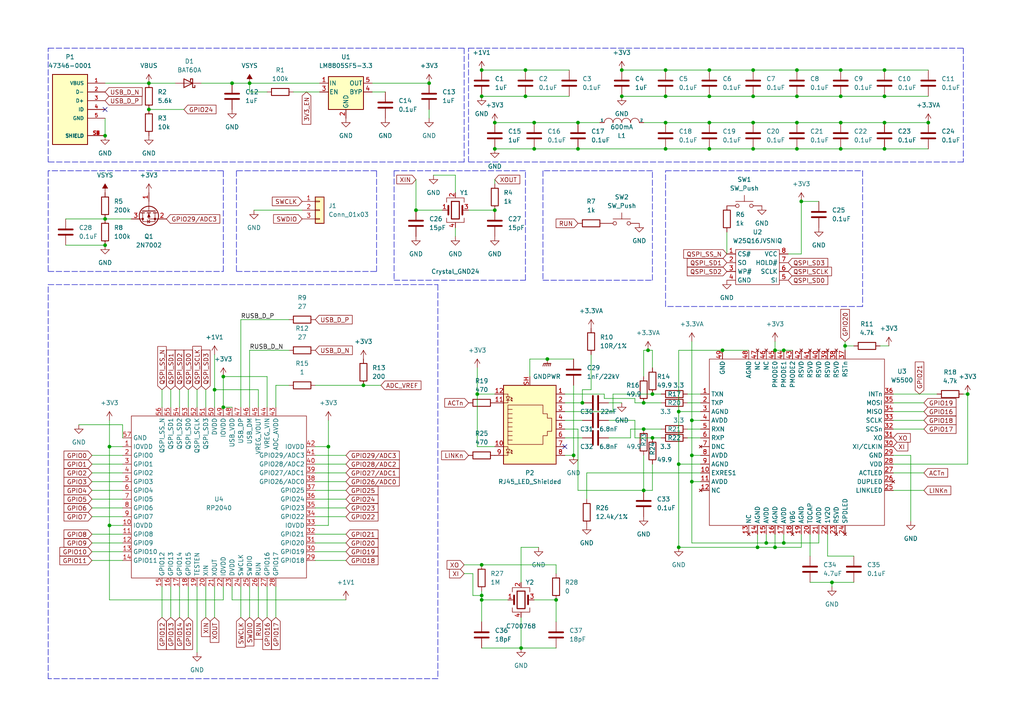
<source format=kicad_sch>
(kicad_sch (version 20211123) (generator eeschema)
  (paper "A4")
  (junction (at 193.04 35.56))
  (junction (at 200.66 132.08))
  (junction (at 168.91 116.84))
  (junction (at 62.23 113.03))
  (junction (at 143.51 35.56))
  (junction (at 209.55 101.6))
  (junction (at 143.51 43.18))
  (junction (at 189.23 114.3))
  (junction (at 193.04 43.18))
  (junction (at 64.77 118.11))
  (junction (at 154.94 35.56))
  (junction (at 186.69 124.46))
  (junction (at 151.13 187.96))
  (junction (at 231.14 43.18))
  (junction (at 31.75 152.4))
  (junction (at 186.69 116.84))
  (junction (at 218.44 35.56))
  (junction (at 218.44 27.94))
  (junction (at 218.44 43.18))
  (junction (at 243.84 20.32))
  (junction (at 256.54 43.18))
  (junction (at 205.74 43.18))
  (junction (at 205.74 27.94))
  (junction (at 30.48 63.5))
  (junction (at 219.71 158.75))
  (junction (at 196.85 134.62))
  (junction (at 180.34 20.32))
  (junction (at 154.94 43.18))
  (junction (at 139.7 173.99))
  (junction (at -36.83 93.98))
  (junction (at 200.66 121.92))
  (junction (at 218.44 20.32))
  (junction (at -36.83 121.92))
  (junction (at 152.4 20.32))
  (junction (at 231.14 20.32))
  (junction (at 245.11 100.33))
  (junction (at 72.39 24.13))
  (junction (at 269.24 35.56))
  (junction (at 30.48 39.37))
  (junction (at 167.64 43.18))
  (junction (at 152.4 27.94))
  (junction (at 189.23 127))
  (junction (at 124.46 24.13))
  (junction (at 227.33 157.48))
  (junction (at 138.43 114.3))
  (junction (at -68.58 119.38))
  (junction (at 227.33 101.6))
  (junction (at 196.85 158.75))
  (junction (at 241.3 168.91))
  (junction (at 139.7 20.32))
  (junction (at 139.7 172.72))
  (junction (at 243.84 43.18))
  (junction (at 30.48 71.12))
  (junction (at 167.64 35.56))
  (junction (at 193.04 20.32))
  (junction (at 205.74 20.32))
  (junction (at 231.14 35.56))
  (junction (at 224.79 101.6))
  (junction (at 280.67 114.3))
  (junction (at 256.54 35.56))
  (junction (at 43.18 24.13))
  (junction (at 243.84 35.56))
  (junction (at 187.96 101.6))
  (junction (at 180.34 27.94))
  (junction (at 243.84 27.94))
  (junction (at 43.18 31.75))
  (junction (at 186.69 142.24))
  (junction (at 105.41 111.76))
  (junction (at -36.83 119.38))
  (junction (at -36.83 106.68))
  (junction (at 161.29 173.99))
  (junction (at 143.51 60.96))
  (junction (at 196.85 119.38))
  (junction (at 256.54 20.32))
  (junction (at -36.83 124.46))
  (junction (at 67.31 24.13))
  (junction (at 139.7 163.83))
  (junction (at 139.7 27.94))
  (junction (at 256.54 27.94))
  (junction (at 95.25 129.54))
  (junction (at 158.75 104.14))
  (junction (at 232.41 58.42))
  (junction (at -68.58 93.98))
  (junction (at 193.04 27.94))
  (junction (at 205.74 35.56))
  (junction (at 231.14 27.94))
  (junction (at 224.79 158.75))
  (junction (at 200.66 139.7))
  (junction (at 31.75 129.54))
  (junction (at 222.25 157.48))
  (junction (at 120.65 60.96))
  (junction (at 64.77 109.22))
  (junction (at -68.58 106.68))
  (junction (at 166.37 132.08))
  (no_connect (at 163.83 129.54))
  (no_connect (at 30.48 31.75))
  (wire (pts (xy -25.4 69.85) (xy -25.4 76.2)))
  (wire (pts (xy 91.44 132.08) (xy 100.33 132.08)))
  (wire (pts (xy -53.34 119.38) (xy -68.58 119.38)))
  (wire (pts (xy 161.29 166.37) (xy 161.29 163.83)))
  (wire (pts (xy -68.58 106.68) (xy -68.58 119.38)))
  (polyline (pts (xy 13.97 49.53) (xy 13.97 78.74)))
  (wire (pts (xy 73.66 60.96) (xy 87.63 60.96)))
  (wire (pts (xy 184.15 127) (xy 189.23 127)))
  (wire (pts (xy 153.67 104.14) (xy 153.67 109.22)))
  (wire (pts (xy 264.16 132.08) (xy 264.16 151.13)))
  (wire (pts (xy -36.83 106.68) (xy -22.86 106.68)))
  (wire (pts (xy 132.08 50.8) (xy 132.08 55.88)))
  (wire (pts (xy 247.65 100.33) (xy 245.11 100.33)))
  (wire (pts (xy 91.44 154.94) (xy 100.33 154.94)))
  (wire (pts (xy 222.25 154.94) (xy 222.25 157.48)))
  (wire (pts (xy 64.77 118.11) (xy 67.31 118.11)))
  (wire (pts (xy 176.53 116.84) (xy 180.34 116.84)))
  (wire (pts (xy 134.62 163.83) (xy 139.7 163.83)))
  (wire (pts (xy 72.39 24.13) (xy 92.71 24.13)))
  (wire (pts (xy 26.67 147.32) (xy 35.56 147.32)))
  (wire (pts (xy 205.74 20.32) (xy 218.44 20.32)))
  (wire (pts (xy 234.95 154.94) (xy 234.95 161.29)))
  (wire (pts (xy 67.31 24.13) (xy 72.39 24.13)))
  (wire (pts (xy 95.25 129.54) (xy 91.44 129.54)))
  (wire (pts (xy 54.61 113.03) (xy 54.61 118.11)))
  (wire (pts (xy 256.54 27.94) (xy 269.24 27.94)))
  (wire (pts (xy 196.85 101.6) (xy 196.85 119.38)))
  (wire (pts (xy 91.44 149.86) (xy 100.33 149.86)))
  (wire (pts (xy 256.54 35.56) (xy 269.24 35.56)))
  (wire (pts (xy 184.15 116.84) (xy 186.69 116.84)))
  (wire (pts (xy 91.44 160.02) (xy 100.33 160.02)))
  (wire (pts (xy 245.11 100.33) (xy 245.11 101.6)))
  (wire (pts (xy 279.4 114.3) (xy 280.67 114.3)))
  (wire (pts (xy 26.67 154.94) (xy 35.56 154.94)))
  (wire (pts (xy 26.67 162.56) (xy 35.56 162.56)))
  (wire (pts (xy 58.42 24.13) (xy 67.31 24.13)))
  (wire (pts (xy 139.7 187.96) (xy 151.13 187.96)))
  (wire (pts (xy 219.71 154.94) (xy 219.71 158.75)))
  (wire (pts (xy 267.97 116.84) (xy 259.08 116.84)))
  (wire (pts (xy -36.83 119.38) (xy -22.86 119.38)))
  (wire (pts (xy 120.65 60.96) (xy 128.27 60.96)))
  (wire (pts (xy 205.74 27.94) (xy 218.44 27.94)))
  (wire (pts (xy 161.29 163.83) (xy 139.7 163.83)))
  (wire (pts (xy 85.09 26.67) (xy 92.71 26.67)))
  (wire (pts (xy 19.05 71.12) (xy 30.48 71.12)))
  (wire (pts (xy -30.48 78.74) (xy -22.86 78.74)))
  (wire (pts (xy 182.88 127) (xy 182.88 124.46)))
  (wire (pts (xy 205.74 35.56) (xy 218.44 35.56)))
  (wire (pts (xy 232.41 158.75) (xy 224.79 158.75)))
  (wire (pts (xy 31.75 173.99) (xy 31.75 152.4)))
  (wire (pts (xy 224.79 99.06) (xy 224.79 101.6)))
  (wire (pts (xy 222.25 157.48) (xy 227.33 157.48)))
  (polyline (pts (xy 135.89 46.99) (xy 135.89 13.97)))
  (wire (pts (xy 237.49 157.48) (xy 227.33 157.48)))
  (wire (pts (xy 228.6 73.66) (xy 232.41 73.66)))
  (polyline (pts (xy 157.48 81.28) (xy 189.23 81.28)))
  (polyline (pts (xy 114.3 49.53) (xy 114.3 81.28)))
  (polyline (pts (xy 114.3 81.28) (xy 152.4 81.28)))
  (wire (pts (xy 163.83 114.3) (xy 175.26 114.3)))
  (wire (pts (xy -53.34 93.98) (xy -68.58 93.98)))
  (wire (pts (xy 171.45 113.03) (xy 168.91 113.03)))
  (wire (pts (xy 218.44 27.94) (xy 231.14 27.94)))
  (wire (pts (xy 120.65 52.07) (xy 120.65 60.96)))
  (wire (pts (xy 240.03 161.29) (xy 247.65 161.29)))
  (wire (pts (xy 200.66 157.48) (xy 222.25 157.48)))
  (wire (pts (xy 91.44 137.16) (xy 100.33 137.16)))
  (wire (pts (xy -40.64 86.36) (xy -22.86 86.36)))
  (wire (pts (xy 31.75 121.92) (xy 31.75 129.54)))
  (wire (pts (xy 210.82 67.31) (xy 210.82 73.66)))
  (wire (pts (xy 57.15 113.03) (xy 57.15 118.11)))
  (wire (pts (xy 209.55 101.6) (xy 196.85 101.6)))
  (wire (pts (xy 170.18 144.78) (xy 170.18 137.16)))
  (wire (pts (xy 224.79 101.6) (xy 227.33 101.6)))
  (wire (pts (xy 143.51 129.54) (xy 138.43 129.54)))
  (wire (pts (xy 227.33 154.94) (xy 227.33 157.48)))
  (polyline (pts (xy 193.04 88.9) (xy 193.04 49.53)))
  (wire (pts (xy -30.48 69.85) (xy -30.48 78.74)))
  (wire (pts (xy -36.83 121.92) (xy -36.83 119.38)))
  (wire (pts (xy 161.29 173.99) (xy 161.29 180.34)))
  (wire (pts (xy 72.39 101.6) (xy 83.82 101.6)))
  (wire (pts (xy 259.08 114.3) (xy 271.78 114.3)))
  (wire (pts (xy 234.95 168.91) (xy 241.3 168.91)))
  (wire (pts (xy 26.67 144.78) (xy 35.56 144.78)))
  (wire (pts (xy 259.08 132.08) (xy 264.16 132.08)))
  (wire (pts (xy 163.83 116.84) (xy 168.91 116.84)))
  (wire (pts (xy 151.13 179.07) (xy 151.13 187.96)))
  (wire (pts (xy 137.16 166.37) (xy 137.16 172.72)))
  (wire (pts (xy 259.08 124.46) (xy 267.97 124.46)))
  (wire (pts (xy 91.44 139.7) (xy 100.33 139.7)))
  (wire (pts (xy 227.33 101.6) (xy 229.87 101.6)))
  (wire (pts (xy 139.7 173.99) (xy 139.7 180.34)))
  (polyline (pts (xy 13.97 196.85) (xy 13.97 82.55)))
  (wire (pts (xy 95.25 121.92) (xy 95.25 129.54)))
  (wire (pts (xy 49.53 113.03) (xy 49.53 118.11)))
  (wire (pts (xy -53.34 81.28) (xy -68.58 81.28)))
  (wire (pts (xy 91.44 134.62) (xy 100.33 134.62)))
  (wire (pts (xy 30.48 24.13) (xy 43.18 24.13)))
  (wire (pts (xy 176.53 121.92) (xy 184.15 121.92)))
  (wire (pts (xy 166.37 111.76) (xy 166.37 132.08)))
  (wire (pts (xy -36.83 127) (xy -36.83 124.46)))
  (polyline (pts (xy 109.22 49.53) (xy 68.58 49.53)))
  (wire (pts (xy 52.07 113.03) (xy 52.07 118.11)))
  (wire (pts (xy 91.44 162.56) (xy 100.33 162.56)))
  (wire (pts (xy -36.83 81.28) (xy -22.86 81.28)))
  (wire (pts (xy 259.08 121.92) (xy 267.97 121.92)))
  (polyline (pts (xy 64.77 78.74) (xy 64.77 49.53)))
  (wire (pts (xy 26.67 157.48) (xy 35.56 157.48)))
  (wire (pts (xy 186.69 35.56) (xy 193.04 35.56)))
  (wire (pts (xy 199.39 116.84) (xy 203.2 116.84)))
  (wire (pts (xy 139.7 171.45) (xy 139.7 172.72)))
  (wire (pts (xy 180.34 20.32) (xy 193.04 20.32)))
  (polyline (pts (xy 13.97 46.99) (xy 13.97 13.97)))
  (wire (pts (xy 186.69 109.22) (xy 186.69 101.6)))
  (wire (pts (xy 186.69 116.84) (xy 191.77 116.84)))
  (wire (pts (xy 62.23 170.18) (xy 62.23 179.07)))
  (wire (pts (xy 46.99 170.18) (xy 46.99 179.07)))
  (wire (pts (xy 163.83 124.46) (xy 167.64 124.46)))
  (wire (pts (xy 143.51 43.18) (xy 154.94 43.18)))
  (wire (pts (xy 184.15 121.92) (xy 184.15 127)))
  (wire (pts (xy 200.66 139.7) (xy 203.2 139.7)))
  (wire (pts (xy 91.44 152.4) (xy 95.25 152.4)))
  (wire (pts (xy -25.4 76.2) (xy -22.86 76.2)))
  (wire (pts (xy 199.39 114.3) (xy 203.2 114.3)))
  (polyline (pts (xy 13.97 82.55) (xy 127 82.55)))
  (wire (pts (xy 280.67 134.62) (xy 280.67 114.3)))
  (wire (pts (xy 218.44 43.18) (xy 231.14 43.18)))
  (wire (pts (xy 243.84 43.18) (xy 256.54 43.18)))
  (wire (pts (xy 59.69 170.18) (xy 59.69 179.07)))
  (wire (pts (xy 189.23 134.62) (xy 189.23 142.24)))
  (wire (pts (xy 26.67 139.7) (xy 35.56 139.7)))
  (wire (pts (xy 171.45 102.87) (xy 171.45 113.03)))
  (wire (pts (xy 241.3 170.18) (xy 241.3 168.91)))
  (polyline (pts (xy 189.23 81.28) (xy 189.23 49.53)))
  (polyline (pts (xy 68.58 78.74) (xy 109.22 78.74)))
  (wire (pts (xy 31.75 129.54) (xy 31.75 152.4)))
  (wire (pts (xy 26.67 142.24) (xy 35.56 142.24)))
  (wire (pts (xy 259.08 134.62) (xy 280.67 134.62)))
  (wire (pts (xy -68.58 119.38) (xy -68.58 127)))
  (wire (pts (xy 193.04 27.94) (xy 205.74 27.94)))
  (wire (pts (xy 91.44 144.78) (xy 100.33 144.78)))
  (wire (pts (xy 168.91 113.03) (xy 168.91 116.84)))
  (polyline (pts (xy 13.97 78.74) (xy 64.77 78.74)))
  (wire (pts (xy 189.23 106.68) (xy 189.23 101.6)))
  (wire (pts (xy 124.46 34.29) (xy 124.46 31.75)))
  (wire (pts (xy -36.83 106.68) (xy -36.83 93.98)))
  (wire (pts (xy 77.47 109.22) (xy 64.77 109.22)))
  (wire (pts (xy 80.01 118.11) (xy 80.01 111.76)))
  (wire (pts (xy 196.85 134.62) (xy 196.85 158.75)))
  (wire (pts (xy 135.89 60.96) (xy 143.51 60.96)))
  (wire (pts (xy 80.01 111.76) (xy 83.82 111.76)))
  (wire (pts (xy 64.77 109.22) (xy 64.77 118.11)))
  (wire (pts (xy 182.88 124.46) (xy 186.69 124.46)))
  (wire (pts (xy 193.04 35.56) (xy 205.74 35.56)))
  (polyline (pts (xy 279.4 46.99) (xy 135.89 46.99)))
  (wire (pts (xy 196.85 119.38) (xy 203.2 119.38)))
  (wire (pts (xy 199.39 127) (xy 203.2 127)))
  (wire (pts (xy 134.62 166.37) (xy 137.16 166.37)))
  (wire (pts (xy 74.93 170.18) (xy 74.93 179.07)))
  (wire (pts (xy 231.14 27.94) (xy 243.84 27.94)))
  (polyline (pts (xy 250.19 49.53) (xy 250.19 88.9)))
  (wire (pts (xy 184.15 115.57) (xy 184.15 116.84)))
  (wire (pts (xy 231.14 20.32) (xy 243.84 20.32)))
  (wire (pts (xy 158.75 104.14) (xy 166.37 104.14)))
  (wire (pts (xy 209.55 101.6) (xy 217.17 101.6)))
  (wire (pts (xy 189.23 127) (xy 191.77 127)))
  (polyline (pts (xy 127 196.85) (xy 13.97 196.85)))
  (wire (pts (xy 105.41 111.76) (xy 110.49 111.76)))
  (wire (pts (xy 49.53 170.18) (xy 49.53 179.07)))
  (wire (pts (xy 243.84 35.56) (xy 256.54 35.56)))
  (wire (pts (xy 152.4 27.94) (xy 165.1 27.94)))
  (wire (pts (xy 26.67 132.08) (xy 35.56 132.08)))
  (wire (pts (xy 259.08 119.38) (xy 267.97 119.38)))
  (wire (pts (xy 46.99 113.03) (xy 46.99 118.11)))
  (wire (pts (xy 95.25 152.4) (xy 95.25 129.54)))
  (wire (pts (xy 176.53 127) (xy 182.88 127)))
  (wire (pts (xy 243.84 20.32) (xy 256.54 20.32)))
  (wire (pts (xy 200.66 157.48) (xy 200.66 139.7)))
  (wire (pts (xy 196.85 158.75) (xy 219.71 158.75)))
  (wire (pts (xy -36.83 93.98) (xy -36.83 81.28)))
  (wire (pts (xy 30.48 34.29) (xy 30.48 39.37)))
  (wire (pts (xy 35.56 123.19) (xy 35.56 127)))
  (wire (pts (xy 143.51 52.07) (xy 143.51 53.34)))
  (wire (pts (xy 170.18 137.16) (xy 203.2 137.16)))
  (wire (pts (xy 189.23 142.24) (xy 186.69 142.24)))
  (wire (pts (xy 151.13 168.91) (xy 151.13 158.75)))
  (wire (pts (xy 231.14 43.18) (xy 243.84 43.18)))
  (wire (pts (xy 256.54 43.18) (xy 269.24 43.18)))
  (wire (pts (xy 57.15 170.18) (xy 57.15 189.23)))
  (wire (pts (xy 166.37 132.08) (xy 163.83 132.08)))
  (wire (pts (xy 69.85 170.18) (xy 69.85 179.07)))
  (wire (pts (xy 200.66 132.08) (xy 200.66 121.92)))
  (wire (pts (xy 74.93 118.11) (xy 74.93 113.03)))
  (wire (pts (xy 138.43 114.3) (xy 143.51 114.3)))
  (wire (pts (xy 151.13 187.96) (xy 161.29 187.96)))
  (wire (pts (xy 158.75 104.14) (xy 153.67 104.14)))
  (wire (pts (xy 205.74 43.18) (xy 218.44 43.18)))
  (wire (pts (xy 224.79 154.94) (xy 224.79 158.75)))
  (polyline (pts (xy 13.97 13.97) (xy 134.62 13.97)))
  (wire (pts (xy 243.84 27.94) (xy 256.54 27.94)))
  (wire (pts (xy 180.34 27.94) (xy 193.04 27.94)))
  (wire (pts (xy 167.64 35.56) (xy 173.99 35.56)))
  (wire (pts (xy 154.94 35.56) (xy 167.64 35.56)))
  (wire (pts (xy 80.01 170.18) (xy 80.01 179.07)))
  (polyline (pts (xy 109.22 78.74) (xy 109.22 49.53)))
  (wire (pts (xy 154.94 43.18) (xy 167.64 43.18)))
  (wire (pts (xy 218.44 35.56) (xy 231.14 35.56)))
  (wire (pts (xy 139.7 27.94) (xy 152.4 27.94)))
  (wire (pts (xy 77.47 26.67) (xy 72.39 26.67)))
  (wire (pts (xy 91.44 147.32) (xy 100.33 147.32)))
  (wire (pts (xy 62.23 102.87) (xy 62.23 113.03)))
  (wire (pts (xy 26.67 134.62) (xy 35.56 134.62)))
  (wire (pts (xy 64.77 173.99) (xy 31.75 173.99)))
  (wire (pts (xy 77.47 170.18) (xy 77.47 179.07)))
  (wire (pts (xy 167.64 43.18) (xy 193.04 43.18)))
  (wire (pts (xy 26.67 149.86) (xy 35.56 149.86)))
  (wire (pts (xy 147.32 173.99) (xy 139.7 173.99)))
  (wire (pts (xy 77.47 118.11) (xy 77.47 109.22)))
  (wire (pts (xy 245.11 99.06) (xy 245.11 100.33)))
  (wire (pts (xy 138.43 106.68) (xy 138.43 114.3)))
  (wire (pts (xy 232.41 58.42) (xy 237.49 58.42)))
  (wire (pts (xy 69.85 118.11) (xy 69.85 92.71)))
  (wire (pts (xy 193.04 43.18) (xy 205.74 43.18)))
  (polyline (pts (xy 68.58 49.53) (xy 68.58 78.74)))
  (polyline (pts (xy 157.48 49.53) (xy 157.48 81.28)))
  (wire (pts (xy 200.66 139.7) (xy 200.66 132.08)))
  (wire (pts (xy 72.39 118.11) (xy 72.39 101.6)))
  (wire (pts (xy 232.41 154.94) (xy 232.41 158.75)))
  (wire (pts (xy -68.58 93.98) (xy -68.58 106.68)))
  (wire (pts (xy 31.75 129.54) (xy 35.56 129.54)))
  (wire (pts (xy 67.31 173.99) (xy 67.31 170.18)))
  (wire (pts (xy 177.8 114.3) (xy 189.23 114.3)))
  (polyline (pts (xy 134.62 13.97) (xy 134.62 46.99)))
  (wire (pts (xy 200.66 121.92) (xy 203.2 121.92)))
  (wire (pts (xy 107.95 24.13) (xy 124.46 24.13)))
  (polyline (pts (xy 279.4 13.97) (xy 279.4 46.99)))
  (wire (pts (xy 91.44 111.76) (xy 105.41 111.76)))
  (wire (pts (xy 232.41 73.66) (xy 232.41 58.42)))
  (wire (pts (xy 189.23 114.3) (xy 191.77 114.3)))
  (polyline (pts (xy 135.89 13.97) (xy 279.4 13.97)))
  (wire (pts (xy 64.77 170.18) (xy 64.77 173.99)))
  (wire (pts (xy 139.7 20.32) (xy 152.4 20.32)))
  (wire (pts (xy 196.85 134.62) (xy 203.2 134.62)))
  (wire (pts (xy 237.49 154.94) (xy 237.49 157.48)))
  (wire (pts (xy 256.54 20.32) (xy 269.24 20.32)))
  (wire (pts (xy -36.83 124.46) (xy -22.86 124.46)))
  (wire (pts (xy 259.08 142.24) (xy 267.97 142.24)))
  (wire (pts (xy 163.83 121.92) (xy 168.91 121.92)))
  (wire (pts (xy 186.69 132.08) (xy 186.69 142.24)))
  (polyline (pts (xy 127 82.55) (xy 127 196.85)))
  (polyline (pts (xy 134.62 46.99) (xy 13.97 46.99)))
  (wire (pts (xy 137.16 172.72) (xy 139.7 172.72)))
  (wire (pts (xy 91.44 142.24) (xy 100.33 142.24)))
  (wire (pts (xy 54.61 170.18) (xy 54.61 179.07)))
  (wire (pts (xy 186.69 101.6) (xy 187.96 101.6)))
  (wire (pts (xy 163.83 127) (xy 168.91 127)))
  (wire (pts (xy -36.83 121.92) (xy -22.86 121.92)))
  (wire (pts (xy 167.64 124.46) (xy 167.64 142.24)))
  (wire (pts (xy 35.56 152.4) (xy 31.75 152.4)))
  (wire (pts (xy -36.83 124.46) (xy -36.83 121.92)))
  (polyline (pts (xy 152.4 49.53) (xy 114.3 49.53)))
  (wire (pts (xy 139.7 172.72) (xy 139.7 173.99)))
  (wire (pts (xy 100.33 173.99) (xy 67.31 173.99)))
  (wire (pts (xy 107.95 26.67) (xy 111.76 26.67)))
  (wire (pts (xy 177.8 119.38) (xy 177.8 114.3)))
  (wire (pts (xy 189.23 101.6) (xy 187.96 101.6)))
  (wire (pts (xy 154.94 173.99) (xy 161.29 173.99)))
  (wire (pts (xy 151.13 158.75) (xy 156.21 158.75)))
  (wire (pts (xy 26.67 137.16) (xy 35.56 137.16)))
  (polyline (pts (xy 64.77 49.53) (xy 13.97 49.53)))
  (wire (pts (xy 200.66 99.06) (xy 200.66 121.92)))
  (wire (pts (xy 219.71 158.75) (xy 224.79 158.75)))
  (wire (pts (xy 218.44 20.32) (xy 231.14 20.32)))
  (wire (pts (xy 143.51 35.56) (xy 154.94 35.56)))
  (wire (pts (xy 240.03 154.94) (xy 240.03 161.29)))
  (wire (pts (xy 193.04 20.32) (xy 205.74 20.32)))
  (wire (pts (xy 50.8 24.13) (xy 43.18 24.13)))
  (wire (pts (xy 59.69 113.03) (xy 59.69 118.11)))
  (polyline (pts (xy 152.4 81.28) (xy 152.4 49.53)))
  (wire (pts (xy -53.34 106.68) (xy -68.58 106.68)))
  (wire (pts (xy 72.39 170.18) (xy 72.39 179.07)))
  (wire (pts (xy 152.4 20.32) (xy 165.1 20.32)))
  (wire (pts (xy 199.39 124.46) (xy 203.2 124.46)))
  (wire (pts (xy 175.26 114.3) (xy 175.26 115.57)))
  (wire (pts (xy -40.64 69.85) (xy -40.64 86.36)))
  (wire (pts (xy 203.2 132.08) (xy 200.66 132.08)))
  (wire (pts (xy 91.44 157.48) (xy 100.33 157.48)))
  (wire (pts (xy 125.73 50.8) (xy 132.08 50.8)))
  (wire (pts (xy 72.39 26.67) (xy 72.39 24.13)))
  (wire (pts (xy 186.69 124.46) (xy 191.77 124.46)))
  (wire (pts (xy 52.07 170.18) (xy 52.07 179.07)))
  (wire (pts (xy 19.05 63.5) (xy 30.48 63.5)))
  (polyline (pts (xy 193.04 49.53) (xy 250.19 49.53)))
  (wire (pts (xy 175.26 115.57) (xy 184.15 115.57)))
  (wire (pts (xy 62.23 113.03) (xy 62.23 118.11)))
  (wire (pts (xy 53.34 31.75) (xy 43.18 31.75)))
  (wire (pts (xy -68.58 81.28) (xy -68.58 93.98)))
  (wire (pts (xy 167.64 142.24) (xy 186.69 142.24)))
  (polyline (pts (xy 250.19 88.9) (xy 193.04 88.9)))
  (wire (pts (xy -36.83 119.38) (xy -36.83 106.68)))
  (wire (pts (xy -36.83 93.98) (xy -22.86 93.98)))
  (wire (pts (xy 163.83 119.38) (xy 177.8 119.38)))
  (wire (pts (xy 267.97 137.16) (xy 259.08 137.16)))
  (wire (pts (xy 30.48 63.5) (xy 38.1 63.5)))
  (wire (pts (xy 74.93 113.03) (xy 62.23 113.03)))
  (wire (pts (xy 231.14 35.56) (xy 243.84 35.56)))
  (wire (pts (xy 26.67 160.02) (xy 35.56 160.02)))
  (polyline (pts (xy 189.23 49.53) (xy 157.48 49.53)))
  (wire (pts (xy 138.43 114.3) (xy 138.43 129.54)))
  (wire (pts (xy 196.85 119.38) (xy 196.85 134.62)))
  (wire (pts (xy 132.08 68.58) (xy 132.08 66.04)))
  (wire (pts (xy 257.81 100.33) (xy 255.27 100.33)))
  (wire (pts (xy 69.85 92.71) (xy 83.82 92.71)))
  (wire (pts (xy 241.3 168.91) (xy 247.65 168.91)))
  (wire (pts (xy 22.86 123.19) (xy 35.56 123.19)))
  (label "RUSB_D_N" (at 72.39 101.6 0))
  (label "RUSB_D_P" (at 69.85 92.71 0))
  (global_label "GPIO29{slash}ADC3" (shape input) (at -22.86 91.44 180) (property "Intersheet References" "${INTERSHEET_REFS}" (effects hide)))
  (global_label "GPIO23" (shape input) (at 100.33 147.32 0) (property "Intersheet References" "${INTERSHEET_REFS}" (effects hide)))
  (global_label "ACTn" (shape input) (at 267.97 137.16 0) (property "Intersheet References" "${INTERSHEET_REFS}" (effects hide)))
  (global_label "GPIO4" (shape input) (at -53.34 88.9 180) (property "Intersheet References" "${INTERSHEET_REFS}" (effects hide)))
  (global_label "USB_D_N" (shape input) (at 91.44 101.6 0) (property "Intersheet References" "${INTERSHEET_REFS}" (effects hide)))
  (global_label "GPIO6" (shape input) (at 26.67 147.32 180) (property "Intersheet References" "${INTERSHEET_REFS}" (effects hide)))
  (global_label "GPIO0" (shape input) (at -53.34 76.2 180) (property "Intersheet References" "${INTERSHEET_REFS}" (effects hide)))
  (global_label "SWCLK" (shape input) (at 87.63 58.42 180) (property "Intersheet References" "${INTERSHEET_REFS}" (effects hide)))
  (global_label "GPIO18" (shape input) (at 267.97 121.92 0) (property "Intersheet References" "${INTERSHEET_REFS}" (effects hide)))
  (global_label "GPIO1" (shape input) (at 26.67 134.62 180) (property "Intersheet References" "${INTERSHEET_REFS}" (effects hide)))
  (global_label "GPIO12" (shape input) (at 46.99 179.07 270) (property "Intersheet References" "${INTERSHEET_REFS}" (effects hide)))
  (global_label "GPIO21" (shape input) (at 266.7 114.3 90) (property "Intersheet References" "${INTERSHEET_REFS}" (effects hide)))
  (global_label "XO" (shape input) (at 134.62 163.83 180) (property "Intersheet References" "${INTERSHEET_REFS}" (effects hide)))
  (global_label "SWCLK" (shape input) (at 69.85 179.07 270) (property "Intersheet References" "${INTERSHEET_REFS}" (effects hide)))
  (global_label "XIN" (shape input) (at 59.69 179.07 270) (property "Intersheet References" "${INTERSHEET_REFS}" (effects hide)))
  (global_label "GPIO23" (shape input) (at -22.86 114.3 180) (property "Intersheet References" "${INTERSHEET_REFS}" (effects hide)))
  (global_label "XOUT" (shape input) (at 143.51 52.07 0) (property "Intersheet References" "${INTERSHEET_REFS}" (effects hide)))
  (global_label "QSPI_SD1" (shape input) (at 49.53 113.03 90) (property "Intersheet References" "${INTERSHEET_REFS}" (effects hide)))
  (global_label "GPIO2" (shape input) (at 26.67 137.16 180) (property "Intersheet References" "${INTERSHEET_REFS}" (effects hide)))
  (global_label "GPIO3" (shape input) (at 26.67 139.7 180) (property "Intersheet References" "${INTERSHEET_REFS}" (effects hide)))
  (global_label "GPIO13" (shape input) (at 49.53 179.07 270) (property "Intersheet References" "${INTERSHEET_REFS}" (effects hide)))
  (global_label "GPIO15" (shape input) (at 54.61 179.07 270) (property "Intersheet References" "${INTERSHEET_REFS}" (effects hide)))
  (global_label "GPIO12" (shape input) (at -53.34 114.3 180) (property "Intersheet References" "${INTERSHEET_REFS}" (effects hide)))
  (global_label "GPIO5" (shape input) (at -53.34 91.44 180) (property "Intersheet References" "${INTERSHEET_REFS}" (effects hide)))
  (global_label "GPIO10" (shape input) (at 26.67 160.02 180) (property "Intersheet References" "${INTERSHEET_REFS}" (effects hide)))
  (global_label "GPIO10" (shape input) (at -53.34 109.22 180) (property "Intersheet References" "${INTERSHEET_REFS}" (effects hide)))
  (global_label "3V3_EN" (shape input) (at -22.86 83.82 180) (property "Intersheet References" "${INTERSHEET_REFS}" (effects hide)))
  (global_label "USB_D_P" (shape input) (at 30.48 29.21 0) (property "Intersheet References" "${INTERSHEET_REFS}" (effects hide)))
  (global_label "GPIO2" (shape input) (at -53.34 83.82 180) (property "Intersheet References" "${INTERSHEET_REFS}" (effects hide)))
  (global_label "QSPI_SD2" (shape input) (at 52.07 113.03 90) (property "Intersheet References" "${INTERSHEET_REFS}" (effects hide)))
  (global_label "QSPI_SS_N" (shape input) (at 210.82 73.66 180) (property "Intersheet References" "${INTERSHEET_REFS}" (effects hide)))
  (global_label "GPIO1" (shape input) (at -53.34 78.74 180) (property "Intersheet References" "${INTERSHEET_REFS}" (effects hide)))
  (global_label "GPIO26{slash}ADC0" (shape input) (at -22.86 101.6 180) (property "Intersheet References" "${INTERSHEET_REFS}" (effects hide)))
  (global_label "GPIO24" (shape input) (at 100.33 144.78 0) (property "Intersheet References" "${INTERSHEET_REFS}" (effects hide)))
  (global_label "RUN" (shape input) (at 167.64 64.77 180) (property "Intersheet References" "${INTERSHEET_REFS}" (effects hide)))
  (global_label "GPIO11" (shape input) (at -53.34 111.76 180) (property "Intersheet References" "${INTERSHEET_REFS}" (effects hide)))
  (global_label "GPIO11" (shape input) (at 26.67 162.56 180) (property "Intersheet References" "${INTERSHEET_REFS}" (effects hide)))
  (global_label "ADC_VREF" (shape input) (at 110.49 111.76 0) (property "Intersheet References" "${INTERSHEET_REFS}" (effects hide)))
  (global_label "GPIO8" (shape input) (at -53.34 101.6 180) (property "Intersheet References" "${INTERSHEET_REFS}" (effects hide)))
  (global_label "USB_D_N" (shape input) (at 30.48 26.67 0) (property "Intersheet References" "${INTERSHEET_REFS}" (effects hide)))
  (global_label "GPIO8" (shape input) (at 26.67 154.94 180) (property "Intersheet References" "${INTERSHEET_REFS}" (effects hide)))
  (global_label "USB_D_P" (shape input) (at 91.44 92.71 0) (property "Intersheet References" "${INTERSHEET_REFS}" (effects hide)))
  (global_label "GPIO16" (shape input) (at 267.97 119.38 0) (property "Intersheet References" "${INTERSHEET_REFS}" (effects hide)))
  (global_label "XO" (shape input) (at 259.08 127 0) (property "Intersheet References" "${INTERSHEET_REFS}" (effects hide)))
  (global_label "GPIO14" (shape input) (at 52.07 179.07 270) (property "Intersheet References" "${INTERSHEET_REFS}" (effects hide)))
  (global_label "SWDIO" (shape input) (at 87.63 63.5 180) (property "Intersheet References" "${INTERSHEET_REFS}" (effects hide)))
  (global_label "GPIO28{slash}ADC2" (shape input) (at -22.86 96.52 180) (property "Intersheet References" "${INTERSHEET_REFS}" (effects hide)))
  (global_label "GPIO27{slash}ADC1" (shape input) (at -22.86 99.06 180) (property "Intersheet References" "${INTERSHEET_REFS}" (effects hide)))
  (global_label "RUN" (shape input) (at -22.86 104.14 180) (property "Intersheet References" "${INTERSHEET_REFS}" (effects hide)))
  (global_label "GPIO0" (shape input) (at 26.67 132.08 180) (property "Intersheet References" "${INTERSHEET_REFS}" (effects hide)))
  (global_label "GPIO22" (shape input) (at -22.86 116.84 180) (property "Intersheet References" "${INTERSHEET_REFS}" (effects hide)))
  (global_label "LINKn" (shape input) (at 267.97 142.24 0) (property "Intersheet References" "${INTERSHEET_REFS}" (effects hide)))
  (global_label "XI" (shape input) (at 134.62 166.37 180) (property "Intersheet References" "${INTERSHEET_REFS}" (effects hide)))
  (global_label "GPIO25" (shape input) (at 100.33 142.24 0) (property "Intersheet References" "${INTERSHEET_REFS}" (effects hide)))
  (global_label "GPIO17" (shape input) (at 267.97 124.46 0) (property "Intersheet References" "${INTERSHEET_REFS}" (effects hide)))
  (global_label "GPIO7" (shape input) (at 26.67 149.86 180) (property "Intersheet References" "${INTERSHEET_REFS}" (effects hide)))
  (global_label "GPIO22" (shape input) (at 100.33 149.86 0) (property "Intersheet References" "${INTERSHEET_REFS}" (effects hide)))
  (global_label "GPIO19" (shape input) (at 267.97 116.84 0) (property "Intersheet References" "${INTERSHEET_REFS}" (effects hide)))
  (global_label "GPIO20" (shape input) (at 245.11 99.06 90) (property "Intersheet References" "${INTERSHEET_REFS}" (effects hide)))
  (global_label "QSPI_SD2" (shape input) (at 210.82 78.74 180) (property "Intersheet References" "${INTERSHEET_REFS}" (effects hide)))
  (global_label "GPIO14" (shape input) (at -53.34 121.92 180) (property "Intersheet References" "${INTERSHEET_REFS}" (effects hide)))
  (global_label "GPIO18" (shape input) (at 100.33 162.56 0) (property "Intersheet References" "${INTERSHEET_REFS}" (effects hide)))
  (global_label "XIN" (shape input) (at 120.65 52.07 180) (property "Intersheet References" "${INTERSHEET_REFS}" (effects hide)))
  (global_label "GPIO24" (shape input) (at -22.86 111.76 180) (property "Intersheet References" "${INTERSHEET_REFS}" (effects hide)))
  (global_label "QSPI_SD0" (shape input) (at 54.61 113.03 90) (property "Intersheet References" "${INTERSHEET_REFS}" (effects hide)))
  (global_label "GPIO6" (shape input) (at -53.34 96.52 180) (property "Intersheet References" "${INTERSHEET_REFS}" (effects hide)))
  (global_label "GPIO7" (shape input) (at -53.34 99.06 180) (property "Intersheet References" "${INTERSHEET_REFS}" (effects hide)))
  (global_label "QSPI_SCLK" (shape input) (at 228.6 78.74 0) (property "Intersheet References" "${INTERSHEET_REFS}" (effects hide)))
  (global_label "QSPI_SCLK" (shape input) (at 57.15 113.03 90) (property "Intersheet References" "${INTERSHEET_REFS}" (effects hide)))
  (global_label "QSPI_SD3" (shape input) (at 228.6 76.2 0) (property "Intersheet References" "${INTERSHEET_REFS}" (effects hide)))
  (global_label "GPIO27{slash}ADC1" (shape input) (at 100.33 137.16 0) (property "Intersheet References" "${INTERSHEET_REFS}" (effects hide)))
  (global_label "GPIO25" (shape input) (at -22.86 109.22 180) (property "Intersheet References" "${INTERSHEET_REFS}" (effects hide)))
  (global_label "GPIO20" (shape input) (at 100.33 157.48 0) (property "Intersheet References" "${INTERSHEET_REFS}" (effects hide)))
  (global_label "QSPI_SS_N" (shape input) (at 46.99 113.03 90) (property "Intersheet References" "${INTERSHEET_REFS}" (effects hide)))
  (global_label "GPIO9" (shape input) (at -53.34 104.14 180) (property "Intersheet References" "${INTERSHEET_REFS}" (effects hide)))
  (global_label "GPIO24" (shape input) (at 53.34 31.75 0) (property "Intersheet References" "${INTERSHEET_REFS}" (effects hide)))
  (global_label "GPIO5" (shape input) (at 26.67 144.78 180) (property "Intersheet References" "${INTERSHEET_REFS}" (effects hide)))
  (global_label "GPIO21" (shape input) (at 100.33 154.94 0) (property "Intersheet References" "${INTERSHEET_REFS}" (effects hide)))
  (global_label "GPIO19" (shape input) (at 100.33 160.02 0) (property "Intersheet References" "${INTERSHEET_REFS}" (effects hide)))
  (global_label "GPIO29{slash}ADC3" (shape input) (at 100.33 132.08 0) (property "Intersheet References" "${INTERSHEET_REFS}" (effects hide)))
  (global_label "GPIO3" (shape input) (at -53.34 86.36 180) (property "Intersheet References" "${INTERSHEET_REFS}" (effects hide)))
  (global_label "QSPI_SD3" (shape input) (at 59.69 113.03 90) (property "Intersheet References" "${INTERSHEET_REFS}" (effects hide)))
  (global_label "RUN" (shape input) (at 74.93 179.07 270) (property "Intersheet References" "${INTERSHEET_REFS}" (effects hide)))
  (global_label "QSPI_SD0" (shape input) (at 228.6 81.28 0) (property "Intersheet References" "${INTERSHEET_REFS}" (effects hide)))
  (global_label "GPIO4" (shape input) (at 26.67 142.24 180) (property "Intersheet References" "${INTERSHEET_REFS}" (effects hide)))
  (global_label "GPIO28{slash}ADC2" (shape input) (at 100.33 134.62 0) (property "Intersheet References" "${INTERSHEET_REFS}" (effects hide)))
  (global_label "ACTn" (shape input) (at 135.89 116.84 180) (property "Intersheet References" "${INTERSHEET_REFS}" (effects hide)))
  (global_label "GPIO26{slash}ADC0" (shape input) (at 100.33 139.7 0) (property "Intersheet References" "${INTERSHEET_REFS}" (effects hide)))
  (global_label "3V3_EN" (shape input) (at 88.9 26.67 270) (property "Intersheet References" "${INTERSHEET_REFS}" (effects hide)))
  (global_label "GPIO15" (shape input) (at -53.34 124.46 180) (property "Intersheet References" "${INTERSHEET_REFS}" (effects hide)))
  (global_label "QSPI_SD1" (shape input) (at 210.82 76.2 180) (property "Intersheet References" "${INTERSHEET_REFS}" (effects hide)))
  (global_label "GPIO17" (shape input) (at 80.01 179.07 270) (property "Intersheet References" "${INTERSHEET_REFS}" (effects hide)))
  (global_label "XOUT" (shape input) (at 62.23 179.07 270) (property "Intersheet References" "${INTERSHEET_REFS}" (effects hide)))
  (global_label "LINKn" (shape input) (at 135.89 132.08 180) (property "Intersheet References" "${INTERSHEET_REFS}" (effects hide)))
  (global_label "GPIO13" (shape input) (at -53.34 116.84 180) (property "Intersheet References" "${INTERSHEET_REFS}" (effects hide)))
  (global_label "XI" (shape input) (at 259.08 129.54 0) (property "Intersheet References" "${INTERSHEET_REFS}" (effects hide)))
  (global_label "GPIO9" (shape input) (at 26.67 157.48 180) (property "Intersheet References" "${INTERSHEET_REFS}" (effects hide)))
  (global_label "ADC_VREF" (shape input) (at -22.86 88.9 180) (property "Intersheet References" "${INTERSHEET_REFS}" (effects hide)))
  (global_label "GPIO16" (shape input) (at 77.47 179.07 270) (property "Intersheet References" "${INTERSHEET_REFS}" (effects hide)))
  (global_label "SWDIO" (shape input) (at 72.39 179.07 270) (property "Intersheet References" "${INTERSHEET_REFS}" (effects hide)))
  (global_label "GPIO29{slash}ADC3" (shape input) (at 48.26 63.5 0) (property "Intersheet References" "${INTERSHEET_REFS}" (effects hide)))
  (symbol (lib_id "power:+3.3VA") (at 171.45 95.25 0) (unit 1)
    (property "Reference" "#PWR0116" (effects hide))
    (property "Value" "+3.3VA" (at 171.45 90.17 0))
  )
  (symbol (lib_id "Device:C") (at 256.54 39.37 0) (unit 1)
    (property "Reference" "C23" (at 260.35 38.0999 0) (effects (justify left)))
    (property "Value" "0.1uF" (at 260.35 40.6399 0) (effects (justify left)))
    (property "Footprint" "Capacitor_SMD:C_0402_1005Metric" (effects hide))
    (property "LCSC" "C1525" (effects hide))
  )
  (symbol (lib_id "power:+3.3V") (at 95.25 121.92 0) (unit 1)
    (property "Reference" "#PWR0127" (effects hide))
    (property "Value" "+3.3V" (at 95.25 116.84 0))
  )
  (symbol (lib_id "Connector_Generic:Conn_01x03") (at 92.71 60.96 0) (unit 1)
    (property "Reference" "J1" (at 95.25 59.6899 0) (effects (justify left)))
    (property "Value" "Conn_01x03" (at 95.25 62.2299 0) (effects (justify left)))
    (property "Footprint" "Connector_PinHeader_2.54mm:PinHeader_1x03_P2.54mm_Vertical" (effects hide))
  )
  (symbol (lib_id "Device:C") (at 166.37 107.95 0) (unit 1)
    (property "Reference" "C29" (at 170.18 106.6799 0) (effects (justify left)))
    (property "Value" "1nF/22kV" (at 170.18 109.2199 0) (effects (justify left)))
    (property "Footprint" "Capacitor_SMD:C_1812_4532Metric" (effects hide))
    (property "LCSC" "C304032" (effects hide))
  )
  (symbol (lib_id "power:GND") (at -36.83 127 0) (unit 1)
    (property "Reference" "#PWR0159" (effects hide))
    (property "Value" "GND" (at -36.83 132.08 0))
  )
  (symbol (lib_id "Device:R") (at 139.7 167.64 180) (unit 1)
    (property "Reference" "R27" (at 142.24 166.3699 0) (effects (justify right)))
    (property "Value" "1M" (at 142.24 168.9099 0) (effects (justify right)))
    (property "Footprint" "Resistor_SMD:R_0402_1005Metric" (effects hide))
    (property "LCSC" "C26083" (effects hide))
  )
  (symbol (lib_id "Device:C") (at 139.7 184.15 0) (unit 1)
    (property "Reference" "C36" (at 143.51 182.8799 0) (effects (justify left)))
    (property "Value" "18pF" (at 143.51 185.4199 0) (effects (justify left)))
    (property "Footprint" "Capacitor_SMD:C_0402_1005Metric" (effects hide))
    (property "LCSC" "C1549" (effects hide))
  )
  (symbol (lib_id "power:GND") (at 143.51 43.18 0) (unit 1)
    (property "Reference" "#PWR0119" (effects hide))
    (property "Value" "GND" (at 143.51 48.26 0))
  )
  (symbol (lib_id "Device:R") (at 275.59 114.3 270) (unit 1)
    (property "Reference" "R18" (at 275.59 107.95 90))
    (property "Value" "4.7k" (at 275.59 110.49 90))
    (property "Footprint" "Resistor_SMD:R_0402_1005Metric" (effects hide))
    (property "LCSC" "C25900" (effects hide))
  )
  (symbol (lib_id "Device:R") (at 186.69 113.03 180) (unit 1)
    (property "Reference" "R16" (at 181.61 111.76 0) (effects (justify right)))
    (property "Value" "49.9" (at 181.61 114.3 0) (effects (justify right)))
    (property "Footprint" "Resistor_SMD:R_0402_1005Metric" (effects hide))
    (property "LCSC" "C25120" (effects hide))
  )
  (symbol (lib_id "Device:R") (at 251.46 100.33 270) (unit 1)
    (property "Reference" "R11" (at 251.46 93.98 90))
    (property "Value" "4.7k" (at 251.46 96.52 90))
    (property "Footprint" "Resistor_SMD:R_0402_1005Metric" (effects hide))
    (property "LCSC" "C25900" (effects hide))
  )
  (symbol (lib_id "01-rickbassham:47346-0001") (at 20.32 31.75 0) (mirror y) (unit 1)
    (property "Reference" "P1" (at 20.32 16.51 0))
    (property "Value" "47346-0001" (at 20.32 19.05 0))
    (property "Footprint" "01-rickbassham:MOLEX_47346-0001" (effects hide))
    (property "LCSC" "C132560" (effects hide))
  )
  (symbol (lib_id "power:GND") (at 220.98 59.69 0) (unit 1)
    (property "Reference" "#PWR0107" (effects hide))
    (property "Value" "GND" (at 220.98 64.77 0))
  )
  (symbol (lib_id "power:GND") (at 241.3 170.18 0) (unit 1)
    (property "Reference" "#PWR0114" (effects hide))
    (property "Value" "GND" (at 241.3 175.26 0))
  )
  (symbol (lib_id "power:+3.3V") (at 143.51 35.56 0) (unit 1)
    (property "Reference" "#PWR0120" (effects hide))
    (property "Value" "+3.3V" (at 143.51 30.48 0))
  )
  (symbol (lib_id "Device:R") (at 30.48 59.69 0) (unit 1)
    (property "Reference" "R5" (at 33.02 58.4199 0) (effects (justify left)))
    (property "Value" "200k" (at 33.02 60.9599 0) (effects (justify left)))
    (property "Footprint" "Resistor_SMD:R_0402_1005Metric" (effects hide))
    (property "LCSC" "C25764" (effects hide))
  )
  (symbol (lib_id "Device:R") (at 87.63 92.71 90) (unit 1)
    (property "Reference" "R9" (at 87.63 86.36 90))
    (property "Value" "27" (at 87.63 88.9 90))
    (property "Footprint" "Resistor_SMD:R_0603_1608Metric" (effects hide))
    (property "LCSC" "C25190" (effects hide))
  )
  (symbol (lib_id "Device:C") (at 143.51 39.37 0) (unit 1)
    (property "Reference" "C15" (at 147.32 38.0999 0) (effects (justify left)))
    (property "Value" "1uF" (at 147.32 40.6399 0) (effects (justify left)))
    (property "Footprint" "Capacitor_SMD:C_0402_1005Metric" (effects hide))
    (property "LCSC" "C52923" (effects hide))
  )
  (symbol (lib_id "Device:C") (at 124.46 27.94 0) (unit 1)
    (property "Reference" "C13" (at 128.27 26.6699 0) (effects (justify left)))
    (property "Value" "1uF" (at 128.27 29.2099 0) (effects (justify left)))
    (property "Footprint" "Capacitor_SMD:C_0402_1005Metric" (effects hide))
    (property "LCSC" "C52923" (effects hide))
  )
  (symbol (lib_id "power:GND") (at 196.85 158.75 0) (unit 1)
    (property "Reference" "#PWR0147" (effects hide))
    (property "Value" "GND" (at 196.85 163.83 0))
  )
  (symbol (lib_id "Device:C") (at 243.84 39.37 0) (unit 1)
    (property "Reference" "C22" (at 247.65 38.0999 0) (effects (justify left)))
    (property "Value" "0.1uF" (at 247.65 40.6399 0) (effects (justify left)))
    (property "Footprint" "Capacitor_SMD:C_0402_1005Metric" (effects hide))
    (property "LCSC" "C1525" (effects hide))
  )
  (symbol (lib_id "power:+3.3VA") (at 200.66 99.06 0) (unit 1)
    (property "Reference" "#PWR0109" (effects hide))
    (property "Value" "+3.3VA" (at 200.66 93.98 0))
  )
  (symbol (lib_id "Device:R") (at 139.7 132.08 90) (unit 1)
    (property "Reference" "R25" (at 139.7 125.73 90))
    (property "Value" "470" (at 139.7 128.27 90))
    (property "Footprint" "Resistor_SMD:R_0402_1005Metric" (effects hide))
    (property "LCSC" "C25117" (effects hide))
  )
  (symbol (lib_id "Device:C") (at 172.72 121.92 90) (unit 1)
    (property "Reference" "C31" (at 170.18 124.46 90))
    (property "Value" "6.8nF" (at 176.53 124.46 90))
    (property "Footprint" "Capacitor_SMD:C_0402_1005Metric" (effects hide))
    (property "LCSC" "C1542" (effects hide))
  )
  (symbol (lib_id "Device:R") (at 139.7 116.84 90) (unit 1)
    (property "Reference" "R19" (at 139.7 110.49 90))
    (property "Value" "470" (at 139.7 113.03 90))
    (property "Footprint" "Resistor_SMD:R_0402_1005Metric" (effects hide))
    (property "LCSC" "C25117" (effects hide))
  )
  (symbol (lib_id "Device:C") (at 139.7 24.13 0) (unit 1)
    (property "Reference" "C1" (at 143.51 22.8599 0) (effects (justify left)))
    (property "Value" "1uF" (at 143.51 25.3999 0) (effects (justify left)))
    (property "Footprint" "Capacitor_SMD:C_0402_1005Metric" (effects hide))
    (property "LCSC" "C52923" (effects hide))
  )
  (symbol (lib_id "power:GND") (at 180.34 27.94 0) (unit 1)
    (property "Reference" "#PWR0118" (effects hide))
    (property "Value" "GND" (at 180.34 33.02 0))
  )
  (symbol (lib_id "power:GND") (at 73.66 60.96 0) (unit 1)
    (property "Reference" "#PWR0123" (effects hide))
    (property "Value" "GND" (at 73.66 66.04 0))
  )
  (symbol (lib_id "power:+3.3V") (at 180.34 20.32 0) (unit 1)
    (property "Reference" "#PWR0103" (effects hide))
    (property "Value" "+3.3V" (at 180.34 15.24 0))
  )
  (symbol (lib_id "Device:C") (at 205.74 39.37 0) (unit 1)
    (property "Reference" "C19" (at 209.55 38.0999 0) (effects (justify left)))
    (property "Value" "0.1uF" (at 209.55 40.6399 0) (effects (justify left)))
    (property "Footprint" "Capacitor_SMD:C_0402_1005Metric" (effects hide))
    (property "LCSC" "C1525" (effects hide))
  )
  (symbol (lib_id "Device:C") (at 218.44 39.37 0) (unit 1)
    (property "Reference" "C20" (at 222.25 38.0999 0) (effects (justify left)))
    (property "Value" "0.1uF" (at 222.25 40.6399 0) (effects (justify left)))
    (property "Footprint" "Capacitor_SMD:C_0402_1005Metric" (effects hide))
    (property "LCSC" "C1525" (effects hide))
  )
  (symbol (lib_id "power:GND") (at 111.76 34.29 0) (unit 1)
    (property "Reference" "#PWR0145" (effects hide))
    (property "Value" "GND" (at 111.76 39.37 0))
  )
  (symbol (lib_id "Connector_Generic:Conn_01x20") (at -48.26 99.06 0) (unit 1)
    (property "Reference" "J2" (at -44.45 99.0599 0) (effects (justify left)))
    (property "Value" "Conn_01x20" (at -44.45 101.5999 0) (effects (justify left)))
    (property "Footprint" "Connector_PinHeader_2.54mm:PinHeader_1x20_P2.54mm_Vertical" (effects hide))
  )
  (symbol (lib_id "power:+3.3V") (at 138.43 106.68 0) (unit 1)
    (property "Reference" "#PWR0153" (effects hide))
    (property "Value" "+3.3V" (at 138.43 101.6 0))
  )
  (symbol (lib_id "Device:C") (at 256.54 24.13 0) (unit 1)
    (property "Reference" "C10" (at 260.35 22.8599 0) (effects (justify left)))
    (property "Value" "0.1uF" (at 260.35 25.3999 0) (effects (justify left)))
    (property "Footprint" "Capacitor_SMD:C_0402_1005Metric" (effects hide))
    (property "LCSC" "C1525" (effects hide))
  )
  (symbol (lib_id "Device:C") (at 172.72 116.84 90) (unit 1)
    (property "Reference" "C30" (at 170.18 119.38 90))
    (property "Value" "22nF" (at 176.53 119.38 90))
    (property "Footprint" "Capacitor_SMD:C_0402_1005Metric" (effects hide))
    (property "LCSC" "C1532" (effects hide))
  )
  (symbol (lib_id "Device:C") (at 167.64 39.37 0) (unit 1)
    (property "Reference" "C17" (at 171.45 38.0999 0) (effects (justify left)))
    (property "Value" "0.1uF" (at 171.45 40.6399 0) (effects (justify left)))
    (property "Footprint" "Capacitor_SMD:C_0402_1005Metric" (effects hide))
    (property "LCSC" "C1525" (effects hide))
  )
  (symbol (lib_id "Device:R") (at 87.63 111.76 90) (unit 1)
    (property "Reference" "R15" (at 87.63 105.41 90))
    (property "Value" "1" (at 87.63 107.95 90))
    (property "Footprint" "Resistor_SMD:R_0402_1005Metric" (effects hide))
    (property "LCSC" "C25086" (effects hide))
  )
  (symbol (lib_id "power:+3.3V") (at 31.75 121.92 0) (unit 1)
    (property "Reference" "#PWR0129" (effects hide))
    (property "Value" "+3.3V" (at 31.75 116.84 0))
  )
  (symbol (lib_id "Connector_Generic:Conn_01x20") (at -17.78 101.6 0) (mirror x) (unit 1)
    (property "Reference" "J3" (at -17.78 69.85 0))
    (property "Value" "Conn_01x20" (at -17.78 72.39 0))
    (property "Footprint" "Connector_PinHeader_2.54mm:PinHeader_1x20_P2.54mm_Vertical" (effects hide))
  )
  (symbol (lib_id "Device:R") (at 189.23 110.49 180) (unit 1)
    (property "Reference" "R14" (at 190.5 109.22 0) (effects (justify right)))
    (property "Value" "49.9" (at 190.5 111.76 0) (effects (justify right)))
    (property "Footprint" "Resistor_SMD:R_0402_1005Metric" (effects hide))
    (property "LCSC" "C25120" (effects hide))
  )
  (symbol (lib_id "power:GND") (at 210.82 81.28 0) (unit 1)
    (property "Reference" "#PWR0112" (effects hide))
    (property "Value" "GND" (at 210.82 86.36 0))
  )
  (symbol (lib_id "Device:R") (at 43.18 35.56 0) (unit 1)
    (property "Reference" "R3" (at 45.72 34.2899 0) (effects (justify left)))
    (property "Value" "10k" (at 45.72 36.8299 0) (effects (justify left)))
    (property "Footprint" "Resistor_SMD:R_0402_1005Metric" (effects hide))
    (property "LCSC" "C25744" (effects hide))
  )
  (symbol (lib_id "Device:Crystal_GND24") (at 132.08 60.96 0) (unit 1)
    (property "Reference" "Y1" (at 134.62 55.88 0))
    (property "Value" "Crystal_GND24" (at 132.08 78.74 0))
    (property "Footprint" "Crystal:Crystal_SMD_3225-4Pin_3.2x2.5mm" (effects hide))
    (property "LCSC" "C133334" (effects hide))
  )
  (symbol (lib_id "power:+3.3VA") (at 187.96 101.6 0) (unit 1)
    (property "Reference" "#PWR0117" (effects hide))
    (property "Value" "+3.3VA" (at 187.96 96.52 0))
  )
  (symbol (lib_id "power:GND") (at 170.18 152.4 0) (unit 1)
    (property "Reference" "#PWR0150" (effects hide))
    (property "Value" "GND" (at 170.18 157.48 0))
  )
  (symbol (lib_id "Device:C") (at 180.34 24.13 0) (unit 1)
    (property "Reference" "C4" (at 184.15 22.8599 0) (effects (justify left)))
    (property "Value" "1uF" (at 184.15 25.3999 0) (effects (justify left)))
    (property "Footprint" "Capacitor_SMD:C_0402_1005Metric" (effects hide))
    (property "LCSC" "C52923" (effects hide))
  )
  (symbol (lib_id "power:+3.3V") (at 257.81 100.33 0) (unit 1)
    (property "Reference" "#PWR0111" (effects hide))
    (property "Value" "+3.3V" (at 257.81 95.25 0))
  )
  (symbol (lib_id "Device:R") (at 43.18 27.94 0) (unit 1)
    (property "Reference" "R2" (at 45.72 26.6699 0) (effects (justify left)))
    (property "Value" "5.6k" (at 45.72 29.2099 0) (effects (justify left)))
    (property "Footprint" "Resistor_SMD:R_0402_1005Metric" (effects hide))
    (property "LCSC" "C25908" (effects hide))
  )
  (symbol (lib_id "Device:R") (at 170.18 148.59 180) (unit 1)
    (property "Reference" "R26" (at 172.72 147.3199 0) (effects (justify right)))
    (property "Value" "12.4k/1%" (at 172.72 149.8599 0) (effects (justify right)))
    (property "Footprint" "Resistor_SMD:R_0402_1005Metric" (effects hide))
    (property "LCSC" "C11692" (effects hide))
    (property "lcsc" "C11692" (effects hide))
  )
  (symbol (lib_id "01-rickbassham:RP2040") (at 63.5 146.05 0) (unit 1)
    (property "Reference" "U4" (at 63.5 144.78 0))
    (property "Value" "RP2040" (at 63.5 147.32 0))
    (property "Footprint" "01-rickbassham:RP2040" (effects hide))
    (property "LCSC" "C2040" (effects hide))
  )
  (symbol (lib_id "power:GND") (at 43.18 39.37 0) (unit 1)
    (property "Reference" "#PWR0135" (effects hide))
    (property "Value" "GND" (at 43.18 44.45 0))
  )
  (symbol (lib_id "Device:C") (at 205.74 24.13 0) (unit 1)
    (property "Reference" "C6" (at 209.55 22.8599 0) (effects (justify left)))
    (property "Value" "0.1uF" (at 209.55 25.3999 0) (effects (justify left)))
    (property "Footprint" "Capacitor_SMD:C_0402_1005Metric" (effects hide))
    (property "LCSC" "C1525" (effects hide))
  )
  (symbol (lib_id "Device:C") (at 193.04 24.13 0) (unit 1)
    (property "Reference" "C5" (at 196.85 22.8599 0) (effects (justify left)))
    (property "Value" "0.1uF" (at 196.85 25.3999 0) (effects (justify left)))
    (property "Footprint" "Capacitor_SMD:C_0402_1005Metric" (effects hide))
    (property "LCSC" "C1525" (effects hide))
  )
  (symbol (lib_id "power:GND") (at 57.15 189.23 0) (unit 1)
    (property "Reference" "#PWR0126" (effects hide))
    (property "Value" "GND" (at 57.15 194.31 0))
  )
  (symbol (lib_id "Device:C") (at 237.49 62.23 0) (unit 1)
    (property "Reference" "C25" (at 241.3 60.9599 0) (effects (justify left)))
    (property "Value" "0.1uF" (at 241.3 63.4999 0) (effects (justify left)))
    (property "Footprint" "Capacitor_SMD:C_0402_1005Metric" (effects hide))
    (property "LCSC" "C1525" (effects hide))
  )
  (symbol (lib_id "Device:R") (at 105.41 107.95 180) (unit 1)
    (property "Reference" "R13" (at 107.95 106.6799 0) (effects (justify right)))
    (property "Value" "200" (at 107.95 109.2199 0) (effects (justify right)))
    (property "Footprint" "Resistor_SMD:R_0402_1005Metric" (effects hide))
    (property "LCSC" "C25087" (effects hide))
  )
  (symbol (lib_id "Device:R") (at 195.58 114.3 90) (unit 1)
    (property "Reference" "R17" (at 195.58 114.3 90))
    (property "Value" "3.3" (at 196.85 111.76 90))
    (property "Footprint" "Resistor_SMD:R_0402_1005Metric" (effects hide))
    (property "LCSC" "C270612" (effects hide))
    (property "lcsc" "C270612" (effects hide))
  )
  (symbol (lib_id "Device:C") (at 161.29 184.15 0) (unit 1)
    (property "Reference" "C37" (at 165.1 182.8799 0) (effects (justify left)))
    (property "Value" "18pF" (at 165.1 185.4199 0) (effects (justify left)))
    (property "Footprint" "Capacitor_SMD:C_0402_1005Metric" (effects hide))
    (property "LCSC" "C1549" (effects hide))
  )
  (symbol (lib_id "Device:C") (at 269.24 39.37 0) (unit 1)
    (property "Reference" "C24" (at 273.05 38.0999 0) (effects (justify left)))
    (property "Value" "0.1uF" (at 273.05 40.6399 0) (effects (justify left)))
    (property "Footprint" "Capacitor_SMD:C_0402_1005Metric" (effects hide))
    (property "LCSC" "C1525" (effects hide))
  )
  (symbol (lib_id "Device:R") (at 195.58 127 90) (unit 1)
    (property "Reference" "R22" (at 195.58 127 90))
    (property "Value" "3.3" (at 193.04 129.54 90))
    (property "Footprint" "Resistor_SMD:R_0402_1005Metric" (effects hide))
    (property "LCSC" "C270612" (effects hide))
    (property "lcsc" "C270612" (effects hide))
  )
  (symbol (lib_id "power:+3.3V") (at 280.67 114.3 0) (unit 1)
    (property "Reference" "#PWR0101" (effects hide))
    (property "Value" "+3.3V" (at 280.67 109.22 0))
  )
  (symbol (lib_id "Device:C") (at 172.72 127 90) (unit 1)
    (property "Reference" "C32" (at 170.18 129.54 90))
    (property "Value" "6.8nF" (at 176.53 129.54 90))
    (property "Footprint" "Capacitor_SMD:C_0402_1005Metric" (effects hide))
    (property "LCSC" "C1542" (effects hide))
  )
  (symbol (lib_id "Device:C") (at 165.1 24.13 0) (unit 1)
    (property "Reference" "C3" (at 168.91 22.8599 0) (effects (justify left)))
    (property "Value" "0.1uF" (at 168.91 25.3999 0) (effects (justify left)))
    (property "Footprint" "Capacitor_SMD:C_0402_1005Metric" (effects hide))
    (property "LCSC" "C1525" (effects hide))
  )
  (symbol (lib_id "Device:R") (at 210.82 63.5 180) (unit 1)
    (property "Reference" "R6" (at 213.36 62.2299 0) (effects (justify right)))
    (property "Value" "1k" (at 213.36 64.7699 0) (effects (justify right)))
    (property "Footprint" "Resistor_SMD:R_0402_1005Metric" (effects hide))
    (property "LCSC" "C11702" (effects hide))
  )
  (symbol (lib_id "01-rickbassham:VSYS") (at -30.48 69.85 0) (unit 1)
    (property "Reference" "#PWR0155" (effects hide))
    (property "Value" "VSYS" (at -30.48 64.77 0))
  )
  (symbol (lib_id "Device:C") (at 218.44 24.13 0) (unit 1)
    (property "Reference" "C7" (at 222.25 22.8599 0) (effects (justify left)))
    (property "Value" "0.1uF" (at 222.25 25.3999 0) (effects (justify left)))
    (property "Footprint" "Capacitor_SMD:C_0402_1005Metric" (effects hide))
    (property "LCSC" "C1525" (effects hide))
  )
  (symbol (lib_id "power:GND") (at 67.31 31.75 0) (unit 1)
    (property "Reference" "#PWR0136" (effects hide))
    (property "Value" "GND" (at 67.31 36.83 0))
  )
  (symbol (lib_id "power:GND") (at 180.34 116.84 0) (unit 1)
    (property "Reference" "#PWR0154" (effects hide))
    (property "Value" "GND" (at 180.34 121.92 0))
  )
  (symbol (lib_id "power:GND") (at 166.37 132.08 0) (unit 1)
    (property "Reference" "#PWR0152" (effects hide))
    (property "Value" "GND" (at 166.37 137.16 0))
  )
  (symbol (lib_id "power:GND") (at 100.33 34.29 0) (unit 1)
    (property "Reference" "#PWR0144" (effects hide))
    (property "Value" "GND" (at 100.33 39.37 0))
  )
  (symbol (lib_id "power:+1V1") (at 62.23 102.87 0) (unit 1)
    (property "Reference" "#PWR0122" (effects hide))
    (property "Value" "+1V1" (at 62.23 97.79 0))
  )
  (symbol (lib_id "Device:R") (at 171.45 99.06 180) (unit 1)
    (property "Reference" "R10" (at 173.99 97.7899 0) (effects (justify right)))
    (property "Value" "10R/1%" (at 173.99 100.3299 0) (effects (justify right)))
    (property "Footprint" "Resistor_SMD:R_0402_1005Metric" (effects hide))
    (property "LCSC" "C25077" (effects hide))
  )
  (symbol (lib_id "Connector:RJ45_LED_Shielded") (at 153.67 121.92 0) (mirror x) (unit 1)
    (property "Reference" "P2" (at 153.67 137.16 0))
    (property "Value" "RJ45_LED_Shielded" (at 153.67 139.7 0))
    (property "Footprint" "01-rickbassham:J1B1211CCD" (effects hide))
    (property "Manufacturer PN" "J1B1211CCD" (effects hide))
    (property "LCSC" "C910371" (effects hide))
  )
  (symbol (lib_id "power:+3.3V") (at 43.18 55.88 0) (unit 1)
    (property "Reference" "#PWR0132" (effects hide))
    (property "Value" "+3.3V" (at 43.18 50.8 0))
  )
  (symbol (lib_id "Device:R") (at 30.48 67.31 180) (unit 1)
    (property "Reference" "R8" (at 33.02 66.0399 0) (effects (justify right)))
    (property "Value" "100k" (at 33.02 68.5799 0) (effects (justify right)))
    (property "Footprint" "Resistor_SMD:R_0402_1005Metric" (effects hide))
    (property "LCSC" "C25741" (effects hide))
  )
  (symbol (lib_id "power:GND") (at 186.69 149.86 0) (unit 1)
    (property "Reference" "#PWR0149" (effects hide))
    (property "Value" "GND" (at 186.69 154.94 0))
  )
  (symbol (lib_id "Device:R") (at 195.58 116.84 90) (unit 1)
    (property "Reference" "R20" (at 195.58 116.84 90))
    (property "Value" "3.3" (at 193.04 119.38 90))
    (property "Footprint" "Resistor_SMD:R_0402_1005Metric" (effects hide))
    (property "LCSC" "C270612" (effects hide))
    (property "lcsc" "C270612" (effects hide))
  )
  (symbol (lib_id "power:VBUS") (at -25.4 69.85 0) (unit 1)
    (property "Reference" "#PWR0157" (effects hide))
    (property "Value" "VBUS" (at -25.4 64.77 0))
  )
  (symbol (lib_id "Device:C") (at 193.04 39.37 0) (unit 1)
    (property "Reference" "C18" (at 196.85 38.0999 0) (effects (justify left)))
    (property "Value" "0.1uF" (at 196.85 40.6399 0) (effects (justify left)))
    (property "Footprint" "Capacitor_SMD:C_0402_1005Metric" (effects hide))
    (property "LCSC" "C1525" (effects hide))
  )
  (symbol (lib_id "Device:R") (at 171.45 64.77 90) (unit 1)
    (property "Reference" "R7" (at 171.45 58.42 90))
    (property "Value" "1k" (at 171.45 60.96 90))
    (property "Footprint" "Resistor_SMD:R_0402_1005Metric" (effects hide))
    (property "LCSC" "C11702" (effects hide))
  )
  (symbol (lib_id "power:+3.3V") (at 64.77 109.22 0) (unit 1)
    (property "Reference" "#PWR0121" (effects hide))
    (property "Value" "+3.3V" (at 64.77 104.14 0))
  )
  (symbol (lib_id "Switch:SW_Push") (at 180.34 64.77 0) (unit 1)
    (property "Reference" "SW2" (at 180.34 57.15 0))
    (property "Value" "SW_Push" (at 180.34 59.69 0))
    (property "Footprint" "01-rickbassham:SW_TS-1187A-B-A-B" (effects hide))
    (property "LCSC" "C318884" (effects hide))
  )
  (symbol (lib_id "power:GND") (at 30.48 39.37 0) (unit 1)
    (property "Reference" "#PWR0133" (effects hide))
    (property "Value" "GND" (at 30.48 44.45 0))
  )
  (symbol (lib_id "Device:C") (at 154.94 39.37 0) (unit 1)
    (property "Reference" "C16" (at 158.75 38.0999 0) (effects (justify left)))
    (property "Value" "0.1uF" (at 158.75 40.6399 0) (effects (justify left)))
    (property "Footprint" "Capacitor_SMD:C_0402_1005Metric" (effects hide))
    (property "LCSC" "C1525" (effects hide))
  )
  (symbol (lib_id "Device:D_Schottky") (at 54.61 24.13 180) (unit 1)
    (property "Reference" "D1" (at 54.9275 17.78 0))
    (property "Value" "BAT60A" (at 54.9275 20.32 0))
    (property "Footprint" "Diode_SMD:D_SOD-323" (effects hide))
    (property "Manufacturer PN" "BAT60AE6327HTSA1" (effects hide))
    (property "LCSC" "C520634" (effects hide))
  )
  (symbol (lib_id "Device:Crystal_GND24") (at 151.13 173.99 0) (unit 1)
    (property "Reference" "Y2" (at 153.67 168.91 0))
    (property "Value" "C700768" (at 151.13 181.61 0))
    (property "Footprint" "Crystal:Crystal_SMD_3225-4Pin_3.2x2.5mm" (effects hide))
    (property "LCSC" "C700768" (effects hide))
  )
  (symbol (lib_id "Device:R") (at 87.63 101.6 90) (unit 1)
    (property "Reference" "R12" (at 87.63 95.25 90))
    (property "Value" "27" (at 87.63 97.79 90))
    (property "Footprint" "Resistor_SMD:R_0603_1608Metric" (effects hide))
    (property "LCSC" "C25190" (effects hide))
  )
  (symbol (lib_id "Device:C") (at 111.76 30.48 0) (unit 1)
    (property "Reference" "C14" (at 115.57 29.2099 0) (effects (justify left)))
    (property "Value" "0.1uF" (at 115.57 31.7499 0) (effects (justify left)))
    (property "Footprint" "Capacitor_SMD:C_0402_1005Metric" (effects hide))
    (property "LCSC" "C1525" (effects hide))
  )
  (symbol (lib_id "Device:R") (at 161.29 170.18 180) (unit 1)
    (property "Reference" "R28" (at 163.83 168.9099 0) (effects (justify right)))
    (property "Value" "0" (at 163.83 171.4499 0) (effects (justify right)))
    (property "Footprint" "Resistor_SMD:R_0402_1005Metric" (effects hide))
    (property "LCSC" "C17168" (effects hide))
  )
  (symbol (lib_id "power:GND") (at 124.46 34.29 0) (unit 1)
    (property "Reference" "#PWR0138" (effects hide))
    (property "Value" "GND" (at 124.46 39.37 0))
  )
  (symbol (lib_id "power:GND") (at 30.48 71.12 0) (unit 1)
    (property "Reference" "#PWR0131" (effects hide))
    (property "Value" "GND" (at 30.48 76.2 0))
  )
  (symbol (lib_id "Device:C") (at 269.24 24.13 0) (unit 1)
    (property "Reference" "C11" (at 273.05 22.8599 0) (effects (justify left)))
    (property "Value" "0.1uF" (at 273.05 25.3999 0) (effects (justify left)))
    (property "Footprint" "Capacitor_SMD:C_0402_1005Metric" (effects hide))
    (property "LCSC" "C1525" (effects hide))
  )
  (symbol (lib_id "Device:C") (at 231.14 24.13 0) (unit 1)
    (property "Reference" "C8" (at 234.95 22.8599 0) (effects (justify left)))
    (property "Value" "0.1uF" (at 234.95 25.3999 0) (effects (justify left)))
    (property "Footprint" "Capacitor_SMD:C_0402_1005Metric" (effects hide))
    (property "LCSC" "C1525" (effects hide))
  )
  (symbol (lib_id "Transistor_FET:2N7002") (at 43.18 60.96 90) (mirror x) (unit 1)
    (property "Reference" "Q1" (at 43.18 68.58 90))
    (property "Value" "2N7002" (at 43.18 71.12 90))
    (property "Footprint" "Package_TO_SOT_SMD:SOT-23" (effects hide))
    (property "Datasheet" "https://www.onsemi.com/pub/Collateral/NDS7002A-D.PDF" (effects hide))
    (property "LCSC" "C8545" (effects hide))
  )
  (symbol (lib_id "power:+3.3V") (at 124.46 24.13 0) (unit 1)
    (property "Reference" "#PWR0137" (effects hide))
    (property "Value" "+3.3V" (at 124.46 19.05 0))
  )
  (symbol (lib_id "Device:C") (at 19.05 67.31 0) (unit 1)
    (property "Reference" "C28" (at 22.86 66.0399 0) (effects (justify left)))
    (property "Value" "0.1uF" (at 22.86 68.5799 0) (effects (justify left)))
    (property "Footprint" "Capacitor_SMD:C_0402_1005Metric" (effects hide))
    (property "LCSC" "C1525" (effects hide))
  )
  (symbol (lib_id "power:+3.3VA") (at 269.24 35.56 0) (unit 1)
    (property "Reference" "#PWR0113" (effects hide))
    (property "Value" "+3.3VA" (at 269.24 30.48 0))
  )
  (symbol (lib_id "Device:R") (at 195.58 124.46 90) (unit 1)
    (property "Reference" "R21" (at 195.58 124.46 90))
    (property "Value" "3.3" (at 196.85 121.92 90))
    (property "Footprint" "Resistor_SMD:R_0402_1005Metric" (effects hide))
    (property "LCSC" "C270612" (effects hide))
    (property "lcsc" "C270612" (effects hide))
  )
  (symbol (lib_id "power:GND") (at 151.13 187.96 0) (unit 1)
    (property "Reference" "#PWR0148" (effects hide))
    (property "Value" "GND" (at 151.13 193.04 0))
  )
  (symbol (lib_id "Device:C") (at 186.69 146.05 0) (unit 1)
    (property "Reference" "C33" (at 190.5 144.7799 0) (effects (justify left)))
    (property "Value" "0.1uF" (at 190.5 147.3199 0) (effects (justify left)))
    (property "Footprint" "Capacitor_SMD:C_0402_1005Metric" (effects hide))
    (property "LCSC" "C1525" (effects hide))
  )
  (symbol (lib_id "01-rickbassham:VSYS") (at 30.48 55.88 0) (unit 1)
    (property "Reference" "#PWR0130" (effects hide))
    (property "Value" "VSYS" (at 30.48 50.8 0))
  )
  (symbol (lib_id "Device:C") (at 152.4 24.13 0) (unit 1)
    (property "Reference" "C2" (at 156.21 22.8599 0) (effects (justify left)))
    (property "Value" "0.1uF" (at 156.21 25.3999 0) (effects (justify left)))
    (property "Footprint" "Capacitor_SMD:C_0402_1005Metric" (effects hide))
    (property "LCSC" "C1525" (effects hide))
  )
  (symbol (lib_id "power:GND") (at 185.42 64.77 0) (unit 1)
    (property "Reference" "#PWR0115" (effects hide))
    (property "Value" "GND" (at 185.42 69.85 0))
  )
  (symbol (lib_id "power:+3.3V") (at -40.64 69.85 0) (unit 1)
    (property "Reference" "#PWR0156" (effects hide))
    (property "Value" "+3.3V" (at -40.64 64.77 0))
  )
  (symbol (lib_id "pspice:INDUCTOR") (at 180.34 35.56 0) (unit 1)
    (property "Reference" "L1" (at 180.34 39.37 0))
    (property "Value" "600mA" (at 180.34 36.83 0))
    (property "Footprint" "Inductor_SMD:L_0603_1608Metric" (effects hide))
    (property "LCSC" "C280478" (effects hide))
  )
  (symbol (lib_id "power:GND") (at 143.51 68.58 0) (unit 1)
    (property "Reference" "#PWR0143" (effects hide))
    (property "Value" "GND" (at 143.51 73.66 0))
  )
  (symbol (lib_id "Switch:SW_Push") (at 215.9 59.69 0) (unit 1)
    (property "Reference" "SW1" (at 215.9 52.07 0))
    (property "Value" "SW_Push" (at 215.9 54.61 0))
    (property "Footprint" "01-rickbassham:SW_TS-1187A-B-A-B" (effects hide))
    (property "LCSC" "C318884" (effects hide))
  )
  (symbol (lib_id "power:+3.3V") (at 105.41 104.14 0) (unit 1)
    (property "Reference" "#PWR0124" (effects hide))
    (property "Value" "+3.3V" (at 105.41 99.06 0))
  )
  (symbol (lib_id "Device:R") (at 189.23 130.81 180) (unit 1)
    (property "Reference" "R24" (at 189.23 132.08 90) (effects (justify right)))
    (property "Value" "49.9" (at 190.5 133.35 0) (effects (justify right)))
    (property "Footprint" "Resistor_SMD:R_0402_1005Metric" (effects hide))
    (property "LCSC" "C25120" (effects hide))
  )
  (symbol (lib_id "Device:C") (at 234.95 165.1 0) (unit 1)
    (property "Reference" "C34" (at 238.76 163.8299 0) (effects (justify left)))
    (property "Value" "4.7uF" (at 238.76 166.3699 0) (effects (justify left)))
    (property "Footprint" "Capacitor_SMD:C_0402_1005Metric" (effects hide))
    (property "LCSC" "C23733" (effects hide))
  )
  (symbol (lib_id "Device:R") (at 81.28 26.67 90) (unit 1)
    (property "Reference" "R1" (at 81.28 20.32 90))
    (property "Value" "100k" (at 81.28 22.86 90))
    (property "Footprint" "Resistor_SMD:R_0402_1005Metric" (effects hide))
    (property "LCSC" "C25741" (effects hide))
  )
  (symbol (lib_id "power:+3.3V") (at 232.41 58.42 0) (unit 1)
    (property "Reference" "#PWR0108" (effects hide))
    (property "Value" "+3.3V" (at 232.41 53.34 0))
  )
  (symbol (lib_id "Device:C") (at 231.14 39.37 0) (unit 1)
    (property "Reference" "C21" (at 234.95 38.0999 0) (effects (justify left)))
    (property "Value" "0.1uF" (at 234.95 40.6399 0) (effects (justify left)))
    (property "Footprint" "Capacitor_SMD:C_0402_1005Metric" (effects hide))
    (property "LCSC" "C1525" (effects hide))
  )
  (symbol (lib_id "power:+1V1") (at 100.33 173.99 0) (unit 1)
    (property "Reference" "#PWR0125" (effects hide))
    (property "Value" "+1V1" (at 100.33 168.91 0))
  )
  (symbol (lib_id "01-rickbassham:LM8805SF5-3.3") (at 100.33 26.67 0) (unit 1)
    (property "Reference" "U1" (at 100.33 16.51 0))
    (property "Value" "LM8805SF5-3.3" (at 100.33 19.05 0))
    (property "Footprint" "Package_TO_SOT_SMD:SOT-23-5" (effects hide))
    (property "LCSC" "C126077" (effects hide))
  )
  (symbol (lib_id "Device:C") (at 143.51 64.77 0) (unit 1)
    (property "Reference" "C27" (at 147.32 63.4999 0) (effects (justify left)))
    (property "Value" "15pF" (at 147.32 66.0399 0) (effects (justify left)))
    (property "Footprint" "Capacitor_SMD:C_0402_1005Metric" (effects hide))
    (property "LCSC" "C1548" (effects hide))
  )
  (symbol (lib_id "power:GND") (at 156.21 158.75 0) (unit 1)
    (property "Reference" "#PWR0146" (effects hide))
    (property "Value" "GND" (at 156.21 163.83 0))
  )
  (symbol (lib_id "power:GNDPWR") (at 158.75 104.14 0) (unit 1)
    (property "Reference" "#PWR0151" (effects hide))
    (property "Value" "GNDPWR" (at 158.623 109.22 0))
  )
  (symbol (lib_id "Device:C") (at 67.31 27.94 0) (unit 1)
    (property "Reference" "C12" (at 71.12 26.6699 0) (effects (justify left)))
    (property "Value" "1uF" (at 71.12 29.2099 0) (effects (justify left)))
    (property "Footprint" "Capacitor_SMD:C_0402_1005Metric" (effects hide))
    (property "LCSC" "C52923" (effects hide))
  )
  (symbol (lib_id "power:GND") (at 139.7 27.94 0) (unit 1)
    (property "Reference" "#PWR0104" (effects hide))
    (property "Value" "GND" (at 139.7 33.02 0))
  )
  (symbol (lib_id "power:GND") (at -68.58 127 0) (unit 1)
    (property "Reference" "#PWR0158" (effects hide))
    (property "Value" "GND" (at -68.58 132.08 0))
  )
  (symbol (lib_id "power:GND") (at 22.86 123.19 0) (unit 1)
    (property "Reference" "#PWR0128" (effects hide))
    (property "Value" "GND" (at 22.86 128.27 0))
  )
  (symbol (lib_id "Device:R") (at 143.51 57.15 0) (unit 1)
    (property "Reference" "R4" (at 146.05 55.8799 0) (effects (justify left)))
    (property "Value" "1k" (at 146.05 58.4199 0) (effects (justify left)))
    (property "Footprint" "Resistor_SMD:R_0402_1005Metric" (effects hide))
    (property "LCSC" "C11702" (effects hide))
  )
  (symbol (lib_id "01-rickbassham:VSYS") (at 72.39 24.13 0) (unit 1)
    (property "Reference" "#PWR0139" (effects hide))
    (property "Value" "VSYS" (at 72.39 19.05 0))
  )
  (symbol (lib_id "Device:C") (at 243.84 24.13 0) (unit 1)
    (property "Reference" "C9" (at 247.65 22.8599 0) (effects (justify left)))
    (property "Value" "0.1uF" (at 247.65 25.3999 0) (effects (justify left)))
    (property "Footprint" "Capacitor_SMD:C_0402_1005Metric" (effects hide))
    (property "LCSC" "C1525" (effects hide))
  )
  (symbol (lib_id "power:+3.3V") (at 224.79 99.06 0) (unit 1)
    (property "Reference" "#PWR0110" (effects hide))
    (property "Value" "+3.3V" (at 224.79 93.98 0))
  )
  (symbol (lib_id "Device:C") (at 120.65 64.77 0) (unit 1)
    (property "Reference" "C26" (at 124.46 63.4999 0) (effects (justify left)))
    (property "Value" "15pF" (at 124.46 66.0399 0) (effects (justify left)))
    (property "Footprint" "Capacitor_SMD:C_0402_1005Metric" (effects hide))
    (property "LCSC" "C1548" (effects hide))
  )
  (symbol (lib_id "power:+1V1") (at 139.7 20.32 0) (unit 1)
    (property "Reference" "#PWR0105" (effects hide))
    (property "Value" "+1V1" (at 139.7 15.24 0))
  )
  (symbol (lib_id "Device:C") (at 247.65 165.1 0) (unit 1)
    (property "Reference" "C35" (at 251.46 163.8299 0) (effects (justify left)))
    (property "Value" "0.1uF" (at 251.46 166.3699 0) (effects (justify left)))
    (property "Footprint" "Capacitor_SMD:C_0402_1005Metric" (effects hide))
    (property "LCSC" "C1525" (effects hide))
  )
  (symbol (lib_id "power:GND") (at 125.73 50.8 0) (unit 1)
    (property "Reference" "#PWR0141" (effects hide))
    (property "Value" "GND" (at 125.73 55.88 0))
  )
  (symbol (lib_id "power:GND") (at 120.65 68.58 0) (unit 1)
    (property "Reference" "#PWR0142" (effects hide))
    (property "Value" "GND" (at 120.65 73.66 0))
  )
  (symbol (lib_id "01-rickbassham:GD25Q16ETIGR") (at 219.71 67.31 0) (unit 1)
    (property "Reference" "U2" (at 219.71 67.31 0))
    (property "Value" "W25Q16JVSNIQ" (at 219.71 69.85 0))
    (property "Footprint" "Package_SO:SOIC-8_3.9x4.9mm_P1.27mm" (effects hide))
    (property "LCSC" "C115407" (effects hide))
  )
  (symbol (lib_id "Device:R") (at 186.69 128.27 180) (unit 1)
    (property "Reference" "R23" (at 186.69 129.54 90) (effects (justify right)))
    (property "Value" "49.9" (at 181.61 129.54 0) (effects (justify right)))
    (property "Footprint" "Resistor_SMD:R_0402_1005Metric" (effects hide))
    (property "LCSC" "C25120" (effects hide))
  )
  (symbol (lib_id "power:VBUS") (at 43.18 24.13 0) (unit 1)
    (property "Reference" "#PWR0134" (effects hide))
    (property "Value" "VBUS" (at 43.18 19.05 0))
  )
  (symbol (lib_id "power:GND") (at 264.16 151.13 0) (unit 1)
    (property "Reference" "#PWR0102" (effects hide))
    (property "Value" "GND" (at 264.16 156.21 0))
  )
  (symbol (lib_id "power:GND") (at 132.08 68.58 0) (unit 1)
    (property "Reference" "#PWR0140" (effects hide))
    (property "Value" "GND" (at 132.08 73.66 0))
  )
  (symbol (lib_id "01-rickbassham:W5500") (at 231.14 128.27 0) (unit 1)
    (property "Reference" "U3" (at 261.62 107.7212 0))
    (property "Value" "W5500" (at 261.62 110.2612 0))
    (property "Footprint" "Package_QFP:LQFP-48-1EP_7x7mm_P0.5mm_EP3.6x3.6mm" (effects hide))
    (property "LCSC" "C32843" (effects hide))
  )
  (symbol (lib_id "power:GND") (at 237.49 66.04 0) (unit 1)
    (property "Reference" "#PWR0106" (effects hide))
    (property "Value" "GND" (at 237.49 71.12 0))
  )
)
</source>
